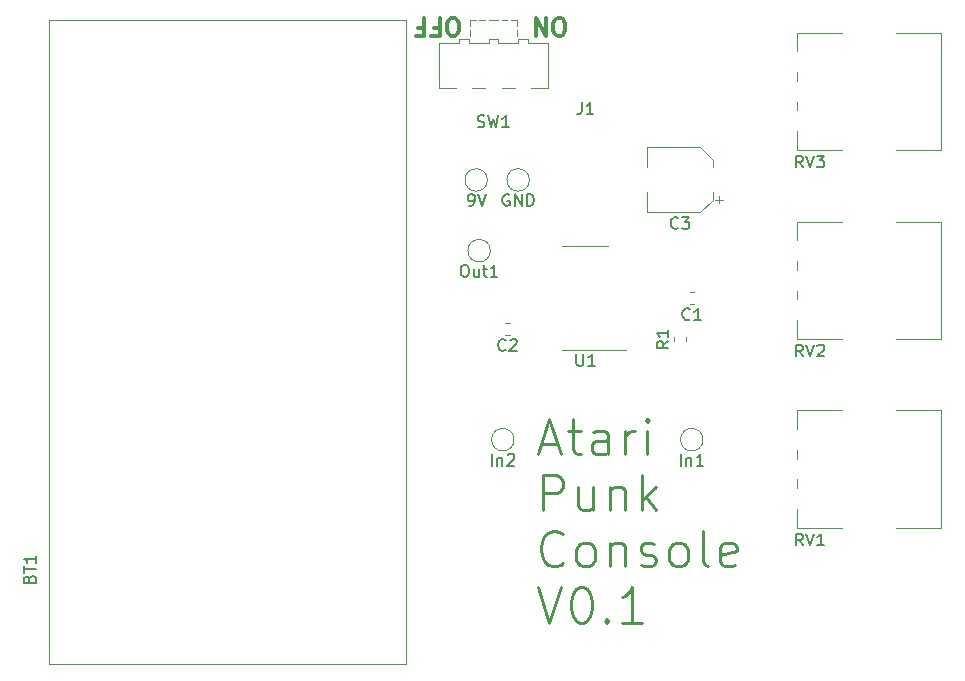
<source format=gbr>
G04 #@! TF.GenerationSoftware,KiCad,Pcbnew,(5.1.4-0-10_14)*
G04 #@! TF.CreationDate,2019-09-30T22:31:01+02:00*
G04 #@! TF.ProjectId,APC,4150432e-6b69-4636-9164-5f7063625858,rev?*
G04 #@! TF.SameCoordinates,Original*
G04 #@! TF.FileFunction,Legend,Top*
G04 #@! TF.FilePolarity,Positive*
%FSLAX46Y46*%
G04 Gerber Fmt 4.6, Leading zero omitted, Abs format (unit mm)*
G04 Created by KiCad (PCBNEW (5.1.4-0-10_14)) date 2019-09-30 22:31:01*
%MOMM*%
%LPD*%
G04 APERTURE LIST*
%ADD10C,0.300000*%
%ADD11C,0.250000*%
%ADD12C,0.120000*%
%ADD13C,0.150000*%
G04 APERTURE END LIST*
D10*
X128928571Y-47821428D02*
X128642857Y-47821428D01*
X128500000Y-47750000D01*
X128357142Y-47607142D01*
X128285714Y-47321428D01*
X128285714Y-46821428D01*
X128357142Y-46535714D01*
X128500000Y-46392857D01*
X128642857Y-46321428D01*
X128928571Y-46321428D01*
X129071428Y-46392857D01*
X129214285Y-46535714D01*
X129285714Y-46821428D01*
X129285714Y-47321428D01*
X129214285Y-47607142D01*
X129071428Y-47750000D01*
X128928571Y-47821428D01*
X127142857Y-47107142D02*
X127642857Y-47107142D01*
X127642857Y-46321428D02*
X127642857Y-47821428D01*
X126928571Y-47821428D01*
X125857142Y-47107142D02*
X126357142Y-47107142D01*
X126357142Y-46321428D02*
X126357142Y-47821428D01*
X125642857Y-47821428D01*
X137928571Y-47821428D02*
X137642857Y-47821428D01*
X137500000Y-47750000D01*
X137357142Y-47607142D01*
X137285714Y-47321428D01*
X137285714Y-46821428D01*
X137357142Y-46535714D01*
X137500000Y-46392857D01*
X137642857Y-46321428D01*
X137928571Y-46321428D01*
X138071428Y-46392857D01*
X138214285Y-46535714D01*
X138285714Y-46821428D01*
X138285714Y-47321428D01*
X138214285Y-47607142D01*
X138071428Y-47750000D01*
X137928571Y-47821428D01*
X136642857Y-46321428D02*
X136642857Y-47821428D01*
X135785714Y-46321428D01*
X135785714Y-47821428D01*
D11*
X136233928Y-82375000D02*
X137662500Y-82375000D01*
X135948214Y-83232142D02*
X136948214Y-80232142D01*
X137948214Y-83232142D01*
X138519642Y-81232142D02*
X139662500Y-81232142D01*
X138948214Y-80232142D02*
X138948214Y-82803571D01*
X139091071Y-83089285D01*
X139376785Y-83232142D01*
X139662500Y-83232142D01*
X141948214Y-83232142D02*
X141948214Y-81660714D01*
X141805357Y-81375000D01*
X141519642Y-81232142D01*
X140948214Y-81232142D01*
X140662500Y-81375000D01*
X141948214Y-83089285D02*
X141662500Y-83232142D01*
X140948214Y-83232142D01*
X140662500Y-83089285D01*
X140519642Y-82803571D01*
X140519642Y-82517857D01*
X140662500Y-82232142D01*
X140948214Y-82089285D01*
X141662500Y-82089285D01*
X141948214Y-81946428D01*
X143376785Y-83232142D02*
X143376785Y-81232142D01*
X143376785Y-81803571D02*
X143519642Y-81517857D01*
X143662500Y-81375000D01*
X143948214Y-81232142D01*
X144233928Y-81232142D01*
X145233928Y-83232142D02*
X145233928Y-81232142D01*
X145233928Y-80232142D02*
X145091071Y-80375000D01*
X145233928Y-80517857D01*
X145376785Y-80375000D01*
X145233928Y-80232142D01*
X145233928Y-80517857D01*
X136376785Y-87982142D02*
X136376785Y-84982142D01*
X137519642Y-84982142D01*
X137805357Y-85125000D01*
X137948214Y-85267857D01*
X138091071Y-85553571D01*
X138091071Y-85982142D01*
X137948214Y-86267857D01*
X137805357Y-86410714D01*
X137519642Y-86553571D01*
X136376785Y-86553571D01*
X140662500Y-85982142D02*
X140662500Y-87982142D01*
X139376785Y-85982142D02*
X139376785Y-87553571D01*
X139519642Y-87839285D01*
X139805357Y-87982142D01*
X140233928Y-87982142D01*
X140519642Y-87839285D01*
X140662500Y-87696428D01*
X142091071Y-85982142D02*
X142091071Y-87982142D01*
X142091071Y-86267857D02*
X142233928Y-86125000D01*
X142519642Y-85982142D01*
X142948214Y-85982142D01*
X143233928Y-86125000D01*
X143376785Y-86410714D01*
X143376785Y-87982142D01*
X144805357Y-87982142D02*
X144805357Y-84982142D01*
X145091071Y-86839285D02*
X145948214Y-87982142D01*
X145948214Y-85982142D02*
X144805357Y-87125000D01*
X138091071Y-92446428D02*
X137948214Y-92589285D01*
X137519642Y-92732142D01*
X137233928Y-92732142D01*
X136805357Y-92589285D01*
X136519642Y-92303571D01*
X136376785Y-92017857D01*
X136233928Y-91446428D01*
X136233928Y-91017857D01*
X136376785Y-90446428D01*
X136519642Y-90160714D01*
X136805357Y-89875000D01*
X137233928Y-89732142D01*
X137519642Y-89732142D01*
X137948214Y-89875000D01*
X138091071Y-90017857D01*
X139805357Y-92732142D02*
X139519642Y-92589285D01*
X139376785Y-92446428D01*
X139233928Y-92160714D01*
X139233928Y-91303571D01*
X139376785Y-91017857D01*
X139519642Y-90875000D01*
X139805357Y-90732142D01*
X140233928Y-90732142D01*
X140519642Y-90875000D01*
X140662500Y-91017857D01*
X140805357Y-91303571D01*
X140805357Y-92160714D01*
X140662500Y-92446428D01*
X140519642Y-92589285D01*
X140233928Y-92732142D01*
X139805357Y-92732142D01*
X142091071Y-90732142D02*
X142091071Y-92732142D01*
X142091071Y-91017857D02*
X142233928Y-90875000D01*
X142519642Y-90732142D01*
X142948214Y-90732142D01*
X143233928Y-90875000D01*
X143376785Y-91160714D01*
X143376785Y-92732142D01*
X144662500Y-92589285D02*
X144948214Y-92732142D01*
X145519642Y-92732142D01*
X145805357Y-92589285D01*
X145948214Y-92303571D01*
X145948214Y-92160714D01*
X145805357Y-91875000D01*
X145519642Y-91732142D01*
X145091071Y-91732142D01*
X144805357Y-91589285D01*
X144662500Y-91303571D01*
X144662500Y-91160714D01*
X144805357Y-90875000D01*
X145091071Y-90732142D01*
X145519642Y-90732142D01*
X145805357Y-90875000D01*
X147662500Y-92732142D02*
X147376785Y-92589285D01*
X147233928Y-92446428D01*
X147091071Y-92160714D01*
X147091071Y-91303571D01*
X147233928Y-91017857D01*
X147376785Y-90875000D01*
X147662500Y-90732142D01*
X148091071Y-90732142D01*
X148376785Y-90875000D01*
X148519642Y-91017857D01*
X148662500Y-91303571D01*
X148662500Y-92160714D01*
X148519642Y-92446428D01*
X148376785Y-92589285D01*
X148091071Y-92732142D01*
X147662500Y-92732142D01*
X150376785Y-92732142D02*
X150091071Y-92589285D01*
X149948214Y-92303571D01*
X149948214Y-89732142D01*
X152662500Y-92589285D02*
X152376785Y-92732142D01*
X151805357Y-92732142D01*
X151519642Y-92589285D01*
X151376785Y-92303571D01*
X151376785Y-91160714D01*
X151519642Y-90875000D01*
X151805357Y-90732142D01*
X152376785Y-90732142D01*
X152662500Y-90875000D01*
X152805357Y-91160714D01*
X152805357Y-91446428D01*
X151376785Y-91732142D01*
X135948214Y-94482142D02*
X136948214Y-97482142D01*
X137948214Y-94482142D01*
X139519642Y-94482142D02*
X139805357Y-94482142D01*
X140091071Y-94625000D01*
X140233928Y-94767857D01*
X140376785Y-95053571D01*
X140519642Y-95625000D01*
X140519642Y-96339285D01*
X140376785Y-96910714D01*
X140233928Y-97196428D01*
X140091071Y-97339285D01*
X139805357Y-97482142D01*
X139519642Y-97482142D01*
X139233928Y-97339285D01*
X139091071Y-97196428D01*
X138948214Y-96910714D01*
X138805357Y-96339285D01*
X138805357Y-95625000D01*
X138948214Y-95053571D01*
X139091071Y-94767857D01*
X139233928Y-94625000D01*
X139519642Y-94482142D01*
X141805357Y-97196428D02*
X141948214Y-97339285D01*
X141805357Y-97482142D01*
X141662500Y-97339285D01*
X141805357Y-97196428D01*
X141805357Y-97482142D01*
X144805357Y-97482142D02*
X143091071Y-97482142D01*
X143948214Y-97482142D02*
X143948214Y-94482142D01*
X143662500Y-94910714D01*
X143376785Y-95196428D01*
X143091071Y-95339285D01*
D12*
X140000000Y-74435000D02*
X143450000Y-74435000D01*
X140000000Y-74435000D02*
X138050000Y-74435000D01*
X140000000Y-65565000D02*
X141950000Y-65565000D01*
X140000000Y-65565000D02*
X138050000Y-65565000D01*
X133950000Y-82000000D02*
G75*
G03X133950000Y-82000000I-950000J0D01*
G01*
X149950000Y-82000000D02*
G75*
G03X149950000Y-82000000I-950000J0D01*
G01*
X131950000Y-66000000D02*
G75*
G03X131950000Y-66000000I-950000J0D01*
G01*
X135250000Y-60010000D02*
G75*
G03X135250000Y-60010000I-950000J0D01*
G01*
X131700000Y-60010000D02*
G75*
G03X131700000Y-60010000I-950000J0D01*
G01*
X132600000Y-46500000D02*
X132600000Y-46500000D01*
X131800000Y-46500000D02*
X132600000Y-46500000D01*
X131500000Y-46500000D02*
X131500000Y-46500000D01*
X131000000Y-46500000D02*
X131500000Y-46500000D01*
X132900000Y-46500000D02*
X132900000Y-46500000D01*
X133400000Y-46500000D02*
X132900000Y-46500000D01*
X134200000Y-47800000D02*
X134200000Y-47800000D01*
X134200000Y-47300000D02*
X134200000Y-47800000D01*
X130200000Y-47800000D02*
X130200000Y-47800000D01*
X130200000Y-47300000D02*
X130200000Y-47800000D01*
X130200000Y-47000000D02*
X130200000Y-47000000D01*
X130200000Y-46500000D02*
X130200000Y-47000000D01*
X130700000Y-46500000D02*
X130700000Y-46500000D01*
X130200000Y-46500000D02*
X130700000Y-46500000D01*
X133700000Y-46500000D02*
X133700000Y-46500000D01*
X134200000Y-46500000D02*
X133700000Y-46500000D01*
X134200000Y-47000000D02*
X134200000Y-47000000D01*
X134200000Y-46500000D02*
X134200000Y-47000000D01*
X136800000Y-48400000D02*
X136800000Y-48400000D01*
X135100000Y-48400000D02*
X136800000Y-48400000D01*
X135100000Y-48100000D02*
X135100000Y-48400000D01*
X134300000Y-48100000D02*
X135100000Y-48100000D01*
X134300000Y-48400000D02*
X134300000Y-48100000D01*
X132600000Y-48400000D02*
X134300000Y-48400000D01*
X132600000Y-48100000D02*
X132600000Y-48400000D01*
X131800000Y-48100000D02*
X132600000Y-48100000D01*
X131800000Y-48400000D02*
X131800000Y-48100000D01*
X130100000Y-48400000D02*
X131800000Y-48400000D01*
X130100000Y-48100000D02*
X130100000Y-48400000D01*
X129300000Y-48100000D02*
X130100000Y-48100000D01*
X129300000Y-48400000D02*
X129300000Y-48100000D01*
X127600000Y-48400000D02*
X129300000Y-48400000D01*
X134000000Y-52200000D02*
X134000000Y-52200000D01*
X132900000Y-52200000D02*
X134000000Y-52200000D01*
X131500000Y-52200000D02*
X131500000Y-52200000D01*
X130400000Y-52200000D02*
X131500000Y-52200000D01*
X136800000Y-52200000D02*
X135400000Y-52200000D01*
X136800000Y-48400000D02*
X136800000Y-52200000D01*
X127600000Y-52200000D02*
X127600000Y-48400000D01*
X129000000Y-52200000D02*
X127600000Y-52200000D01*
X170120000Y-47530000D02*
X170120000Y-57470000D01*
X157880000Y-55870000D02*
X157880000Y-57470000D01*
X157880000Y-53371000D02*
X157880000Y-54130000D01*
X157880000Y-50871000D02*
X157880000Y-51630000D01*
X157880000Y-47530000D02*
X157880000Y-49129000D01*
X166255000Y-57470000D02*
X170120000Y-57470000D01*
X157880000Y-57470000D02*
X161745000Y-57470000D01*
X166255000Y-47530000D02*
X170120000Y-47530000D01*
X157880000Y-47530000D02*
X161745000Y-47530000D01*
X170120000Y-63530000D02*
X170120000Y-73470000D01*
X157880000Y-71870000D02*
X157880000Y-73470000D01*
X157880000Y-69371000D02*
X157880000Y-70130000D01*
X157880000Y-66871000D02*
X157880000Y-67630000D01*
X157880000Y-63530000D02*
X157880000Y-65129000D01*
X166255000Y-73470000D02*
X170120000Y-73470000D01*
X157880000Y-73470000D02*
X161745000Y-73470000D01*
X166255000Y-63530000D02*
X170120000Y-63530000D01*
X157880000Y-63530000D02*
X161745000Y-63530000D01*
X170120000Y-79530000D02*
X170120000Y-89470000D01*
X157880000Y-87870000D02*
X157880000Y-89470000D01*
X157880000Y-85371000D02*
X157880000Y-86130000D01*
X157880000Y-82871000D02*
X157880000Y-83630000D01*
X157880000Y-79530000D02*
X157880000Y-81129000D01*
X166255000Y-89470000D02*
X170120000Y-89470000D01*
X157880000Y-89470000D02*
X161745000Y-89470000D01*
X166255000Y-79530000D02*
X170120000Y-79530000D01*
X157880000Y-79530000D02*
X161745000Y-79530000D01*
X148510000Y-73671267D02*
X148510000Y-73328733D01*
X147490000Y-73671267D02*
X147490000Y-73328733D01*
X151312500Y-61997500D02*
X151312500Y-61372500D01*
X151625000Y-61685000D02*
X151000000Y-61685000D01*
X150760000Y-58304437D02*
X149695563Y-57240000D01*
X150760000Y-61695563D02*
X149695563Y-62760000D01*
X150760000Y-61695563D02*
X150760000Y-61060000D01*
X150760000Y-58304437D02*
X150760000Y-58940000D01*
X149695563Y-57240000D02*
X145240000Y-57240000D01*
X149695563Y-62760000D02*
X145240000Y-62760000D01*
X145240000Y-62760000D02*
X145240000Y-61060000D01*
X145240000Y-57240000D02*
X145240000Y-58940000D01*
X133571267Y-72090000D02*
X133228733Y-72090000D01*
X133571267Y-73110000D02*
X133228733Y-73110000D01*
X149171267Y-69490000D02*
X148828733Y-69490000D01*
X149171267Y-70510000D02*
X148828733Y-70510000D01*
X124800000Y-101000000D02*
X94600000Y-101000000D01*
X124800000Y-46500000D02*
X124800000Y-101000000D01*
X94600000Y-46500000D02*
X124800000Y-46500000D01*
X94600000Y-101000000D02*
X94600000Y-46500000D01*
D13*
X139238095Y-74732380D02*
X139238095Y-75541904D01*
X139285714Y-75637142D01*
X139333333Y-75684761D01*
X139428571Y-75732380D01*
X139619047Y-75732380D01*
X139714285Y-75684761D01*
X139761904Y-75637142D01*
X139809523Y-75541904D01*
X139809523Y-74732380D01*
X140809523Y-75732380D02*
X140238095Y-75732380D01*
X140523809Y-75732380D02*
X140523809Y-74732380D01*
X140428571Y-74875238D01*
X140333333Y-74970476D01*
X140238095Y-75018095D01*
X132071428Y-84202380D02*
X132071428Y-83202380D01*
X132547619Y-83535714D02*
X132547619Y-84202380D01*
X132547619Y-83630952D02*
X132595238Y-83583333D01*
X132690476Y-83535714D01*
X132833333Y-83535714D01*
X132928571Y-83583333D01*
X132976190Y-83678571D01*
X132976190Y-84202380D01*
X133404761Y-83297619D02*
X133452380Y-83250000D01*
X133547619Y-83202380D01*
X133785714Y-83202380D01*
X133880952Y-83250000D01*
X133928571Y-83297619D01*
X133976190Y-83392857D01*
X133976190Y-83488095D01*
X133928571Y-83630952D01*
X133357142Y-84202380D01*
X133976190Y-84202380D01*
X148071428Y-84202380D02*
X148071428Y-83202380D01*
X148547619Y-83535714D02*
X148547619Y-84202380D01*
X148547619Y-83630952D02*
X148595238Y-83583333D01*
X148690476Y-83535714D01*
X148833333Y-83535714D01*
X148928571Y-83583333D01*
X148976190Y-83678571D01*
X148976190Y-84202380D01*
X149976190Y-84202380D02*
X149404761Y-84202380D01*
X149690476Y-84202380D02*
X149690476Y-83202380D01*
X149595238Y-83345238D01*
X149500000Y-83440476D01*
X149404761Y-83488095D01*
X129690476Y-67202380D02*
X129880952Y-67202380D01*
X129976190Y-67250000D01*
X130071428Y-67345238D01*
X130119047Y-67535714D01*
X130119047Y-67869047D01*
X130071428Y-68059523D01*
X129976190Y-68154761D01*
X129880952Y-68202380D01*
X129690476Y-68202380D01*
X129595238Y-68154761D01*
X129500000Y-68059523D01*
X129452380Y-67869047D01*
X129452380Y-67535714D01*
X129500000Y-67345238D01*
X129595238Y-67250000D01*
X129690476Y-67202380D01*
X130976190Y-67535714D02*
X130976190Y-68202380D01*
X130547619Y-67535714D02*
X130547619Y-68059523D01*
X130595238Y-68154761D01*
X130690476Y-68202380D01*
X130833333Y-68202380D01*
X130928571Y-68154761D01*
X130976190Y-68107142D01*
X131309523Y-67535714D02*
X131690476Y-67535714D01*
X131452380Y-67202380D02*
X131452380Y-68059523D01*
X131500000Y-68154761D01*
X131595238Y-68202380D01*
X131690476Y-68202380D01*
X132547619Y-68202380D02*
X131976190Y-68202380D01*
X132261904Y-68202380D02*
X132261904Y-67202380D01*
X132166666Y-67345238D01*
X132071428Y-67440476D01*
X131976190Y-67488095D01*
X133538095Y-61260000D02*
X133442857Y-61212380D01*
X133300000Y-61212380D01*
X133157142Y-61260000D01*
X133061904Y-61355238D01*
X133014285Y-61450476D01*
X132966666Y-61640952D01*
X132966666Y-61783809D01*
X133014285Y-61974285D01*
X133061904Y-62069523D01*
X133157142Y-62164761D01*
X133300000Y-62212380D01*
X133395238Y-62212380D01*
X133538095Y-62164761D01*
X133585714Y-62117142D01*
X133585714Y-61783809D01*
X133395238Y-61783809D01*
X134014285Y-62212380D02*
X134014285Y-61212380D01*
X134585714Y-62212380D01*
X134585714Y-61212380D01*
X135061904Y-62212380D02*
X135061904Y-61212380D01*
X135300000Y-61212380D01*
X135442857Y-61260000D01*
X135538095Y-61355238D01*
X135585714Y-61450476D01*
X135633333Y-61640952D01*
X135633333Y-61783809D01*
X135585714Y-61974285D01*
X135538095Y-62069523D01*
X135442857Y-62164761D01*
X135300000Y-62212380D01*
X135061904Y-62212380D01*
X130130952Y-62212380D02*
X130321428Y-62212380D01*
X130416666Y-62164761D01*
X130464285Y-62117142D01*
X130559523Y-61974285D01*
X130607142Y-61783809D01*
X130607142Y-61402857D01*
X130559523Y-61307619D01*
X130511904Y-61260000D01*
X130416666Y-61212380D01*
X130226190Y-61212380D01*
X130130952Y-61260000D01*
X130083333Y-61307619D01*
X130035714Y-61402857D01*
X130035714Y-61640952D01*
X130083333Y-61736190D01*
X130130952Y-61783809D01*
X130226190Y-61831428D01*
X130416666Y-61831428D01*
X130511904Y-61783809D01*
X130559523Y-61736190D01*
X130607142Y-61640952D01*
X130892857Y-61212380D02*
X131226190Y-62212380D01*
X131559523Y-61212380D01*
X130866666Y-55504761D02*
X131009523Y-55552380D01*
X131247619Y-55552380D01*
X131342857Y-55504761D01*
X131390476Y-55457142D01*
X131438095Y-55361904D01*
X131438095Y-55266666D01*
X131390476Y-55171428D01*
X131342857Y-55123809D01*
X131247619Y-55076190D01*
X131057142Y-55028571D01*
X130961904Y-54980952D01*
X130914285Y-54933333D01*
X130866666Y-54838095D01*
X130866666Y-54742857D01*
X130914285Y-54647619D01*
X130961904Y-54600000D01*
X131057142Y-54552380D01*
X131295238Y-54552380D01*
X131438095Y-54600000D01*
X131771428Y-54552380D02*
X132009523Y-55552380D01*
X132200000Y-54838095D01*
X132390476Y-55552380D01*
X132628571Y-54552380D01*
X133533333Y-55552380D02*
X132961904Y-55552380D01*
X133247619Y-55552380D02*
X133247619Y-54552380D01*
X133152380Y-54695238D01*
X133057142Y-54790476D01*
X132961904Y-54838095D01*
X158404761Y-58952380D02*
X158071428Y-58476190D01*
X157833333Y-58952380D02*
X157833333Y-57952380D01*
X158214285Y-57952380D01*
X158309523Y-58000000D01*
X158357142Y-58047619D01*
X158404761Y-58142857D01*
X158404761Y-58285714D01*
X158357142Y-58380952D01*
X158309523Y-58428571D01*
X158214285Y-58476190D01*
X157833333Y-58476190D01*
X158690476Y-57952380D02*
X159023809Y-58952380D01*
X159357142Y-57952380D01*
X159595238Y-57952380D02*
X160214285Y-57952380D01*
X159880952Y-58333333D01*
X160023809Y-58333333D01*
X160119047Y-58380952D01*
X160166666Y-58428571D01*
X160214285Y-58523809D01*
X160214285Y-58761904D01*
X160166666Y-58857142D01*
X160119047Y-58904761D01*
X160023809Y-58952380D01*
X159738095Y-58952380D01*
X159642857Y-58904761D01*
X159595238Y-58857142D01*
X158404761Y-74952380D02*
X158071428Y-74476190D01*
X157833333Y-74952380D02*
X157833333Y-73952380D01*
X158214285Y-73952380D01*
X158309523Y-74000000D01*
X158357142Y-74047619D01*
X158404761Y-74142857D01*
X158404761Y-74285714D01*
X158357142Y-74380952D01*
X158309523Y-74428571D01*
X158214285Y-74476190D01*
X157833333Y-74476190D01*
X158690476Y-73952380D02*
X159023809Y-74952380D01*
X159357142Y-73952380D01*
X159642857Y-74047619D02*
X159690476Y-74000000D01*
X159785714Y-73952380D01*
X160023809Y-73952380D01*
X160119047Y-74000000D01*
X160166666Y-74047619D01*
X160214285Y-74142857D01*
X160214285Y-74238095D01*
X160166666Y-74380952D01*
X159595238Y-74952380D01*
X160214285Y-74952380D01*
X158404761Y-90952380D02*
X158071428Y-90476190D01*
X157833333Y-90952380D02*
X157833333Y-89952380D01*
X158214285Y-89952380D01*
X158309523Y-90000000D01*
X158357142Y-90047619D01*
X158404761Y-90142857D01*
X158404761Y-90285714D01*
X158357142Y-90380952D01*
X158309523Y-90428571D01*
X158214285Y-90476190D01*
X157833333Y-90476190D01*
X158690476Y-89952380D02*
X159023809Y-90952380D01*
X159357142Y-89952380D01*
X160214285Y-90952380D02*
X159642857Y-90952380D01*
X159928571Y-90952380D02*
X159928571Y-89952380D01*
X159833333Y-90095238D01*
X159738095Y-90190476D01*
X159642857Y-90238095D01*
X147022380Y-73666666D02*
X146546190Y-74000000D01*
X147022380Y-74238095D02*
X146022380Y-74238095D01*
X146022380Y-73857142D01*
X146070000Y-73761904D01*
X146117619Y-73714285D01*
X146212857Y-73666666D01*
X146355714Y-73666666D01*
X146450952Y-73714285D01*
X146498571Y-73761904D01*
X146546190Y-73857142D01*
X146546190Y-74238095D01*
X147022380Y-72714285D02*
X147022380Y-73285714D01*
X147022380Y-73000000D02*
X146022380Y-73000000D01*
X146165238Y-73095238D01*
X146260476Y-73190476D01*
X146308095Y-73285714D01*
X139666666Y-53452380D02*
X139666666Y-54166666D01*
X139619047Y-54309523D01*
X139523809Y-54404761D01*
X139380952Y-54452380D01*
X139285714Y-54452380D01*
X140666666Y-54452380D02*
X140095238Y-54452380D01*
X140380952Y-54452380D02*
X140380952Y-53452380D01*
X140285714Y-53595238D01*
X140190476Y-53690476D01*
X140095238Y-53738095D01*
X147833333Y-64057142D02*
X147785714Y-64104761D01*
X147642857Y-64152380D01*
X147547619Y-64152380D01*
X147404761Y-64104761D01*
X147309523Y-64009523D01*
X147261904Y-63914285D01*
X147214285Y-63723809D01*
X147214285Y-63580952D01*
X147261904Y-63390476D01*
X147309523Y-63295238D01*
X147404761Y-63200000D01*
X147547619Y-63152380D01*
X147642857Y-63152380D01*
X147785714Y-63200000D01*
X147833333Y-63247619D01*
X148166666Y-63152380D02*
X148785714Y-63152380D01*
X148452380Y-63533333D01*
X148595238Y-63533333D01*
X148690476Y-63580952D01*
X148738095Y-63628571D01*
X148785714Y-63723809D01*
X148785714Y-63961904D01*
X148738095Y-64057142D01*
X148690476Y-64104761D01*
X148595238Y-64152380D01*
X148309523Y-64152380D01*
X148214285Y-64104761D01*
X148166666Y-64057142D01*
X133233333Y-74387142D02*
X133185714Y-74434761D01*
X133042857Y-74482380D01*
X132947619Y-74482380D01*
X132804761Y-74434761D01*
X132709523Y-74339523D01*
X132661904Y-74244285D01*
X132614285Y-74053809D01*
X132614285Y-73910952D01*
X132661904Y-73720476D01*
X132709523Y-73625238D01*
X132804761Y-73530000D01*
X132947619Y-73482380D01*
X133042857Y-73482380D01*
X133185714Y-73530000D01*
X133233333Y-73577619D01*
X133614285Y-73577619D02*
X133661904Y-73530000D01*
X133757142Y-73482380D01*
X133995238Y-73482380D01*
X134090476Y-73530000D01*
X134138095Y-73577619D01*
X134185714Y-73672857D01*
X134185714Y-73768095D01*
X134138095Y-73910952D01*
X133566666Y-74482380D01*
X134185714Y-74482380D01*
X148833333Y-71787142D02*
X148785714Y-71834761D01*
X148642857Y-71882380D01*
X148547619Y-71882380D01*
X148404761Y-71834761D01*
X148309523Y-71739523D01*
X148261904Y-71644285D01*
X148214285Y-71453809D01*
X148214285Y-71310952D01*
X148261904Y-71120476D01*
X148309523Y-71025238D01*
X148404761Y-70930000D01*
X148547619Y-70882380D01*
X148642857Y-70882380D01*
X148785714Y-70930000D01*
X148833333Y-70977619D01*
X149785714Y-71882380D02*
X149214285Y-71882380D01*
X149500000Y-71882380D02*
X149500000Y-70882380D01*
X149404761Y-71025238D01*
X149309523Y-71120476D01*
X149214285Y-71168095D01*
X92928571Y-93785714D02*
X92976190Y-93642857D01*
X93023809Y-93595238D01*
X93119047Y-93547619D01*
X93261904Y-93547619D01*
X93357142Y-93595238D01*
X93404761Y-93642857D01*
X93452380Y-93738095D01*
X93452380Y-94119047D01*
X92452380Y-94119047D01*
X92452380Y-93785714D01*
X92500000Y-93690476D01*
X92547619Y-93642857D01*
X92642857Y-93595238D01*
X92738095Y-93595238D01*
X92833333Y-93642857D01*
X92880952Y-93690476D01*
X92928571Y-93785714D01*
X92928571Y-94119047D01*
X92452380Y-93261904D02*
X92452380Y-92690476D01*
X93452380Y-92976190D02*
X92452380Y-92976190D01*
X93452380Y-91833333D02*
X93452380Y-92404761D01*
X93452380Y-92119047D02*
X92452380Y-92119047D01*
X92595238Y-92214285D01*
X92690476Y-92309523D01*
X92738095Y-92404761D01*
M02*

</source>
